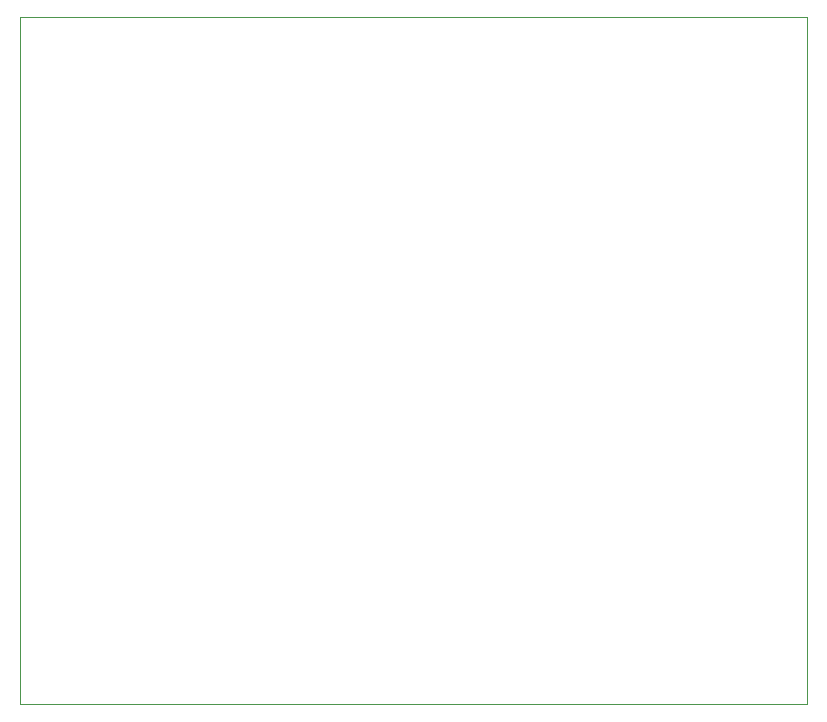
<source format=gbr>
%TF.GenerationSoftware,KiCad,Pcbnew,(6.0.5)*%
%TF.CreationDate,2022-09-16T11:29:29+05:30*%
%TF.ProjectId,wifi-module,77696669-2d6d-46f6-9475-6c652e6b6963,rev?*%
%TF.SameCoordinates,Original*%
%TF.FileFunction,Profile,NP*%
%FSLAX46Y46*%
G04 Gerber Fmt 4.6, Leading zero omitted, Abs format (unit mm)*
G04 Created by KiCad (PCBNEW (6.0.5)) date 2022-09-16 11:29:29*
%MOMM*%
%LPD*%
G01*
G04 APERTURE LIST*
%TA.AperFunction,Profile*%
%ADD10C,0.100000*%
%TD*%
G04 APERTURE END LIST*
D10*
X70910000Y-49300000D02*
X137480000Y-49300000D01*
X137480000Y-49300000D02*
X137480000Y-107450000D01*
X137480000Y-107450000D02*
X70910000Y-107450000D01*
X70910000Y-107450000D02*
X70910000Y-49300000D01*
M02*

</source>
